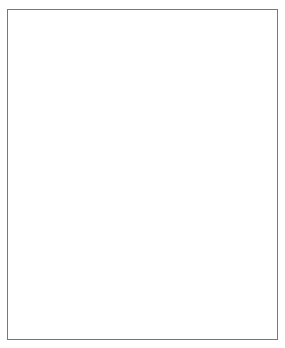
<source format=gbr>
%TF.GenerationSoftware,KiCad,Pcbnew,7.0.7*%
%TF.CreationDate,2024-12-08T13:35:25-04:00*%
%TF.ProjectId,Tarea Final,54617265-6120-4466-996e-616c2e6b6963,rev?*%
%TF.SameCoordinates,Original*%
%TF.FileFunction,Profile,NP*%
%FSLAX46Y46*%
G04 Gerber Fmt 4.6, Leading zero omitted, Abs format (unit mm)*
G04 Created by KiCad (PCBNEW 7.0.7) date 2024-12-08 13:35:25*
%MOMM*%
%LPD*%
G01*
G04 APERTURE LIST*
%TA.AperFunction,Profile*%
%ADD10C,0.100000*%
%TD*%
G04 APERTURE END LIST*
D10*
X167640000Y-97282000D02*
X144780000Y-97282000D01*
X167640000Y-69342000D02*
X167640000Y-97282000D01*
X144780000Y-69342000D02*
X167640000Y-69342000D01*
X144780000Y-97282000D02*
X144780000Y-69342000D01*
M02*

</source>
